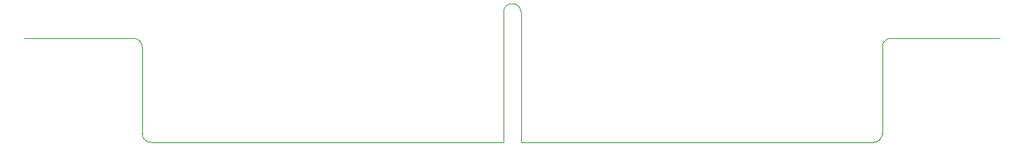
<source format=gbr>
G04 #@! TF.GenerationSoftware,KiCad,Pcbnew,7.0.9*
G04 #@! TF.CreationDate,2024-04-03T05:00:36-05:00*
G04 #@! TF.ProjectId,Tester - Entrex Front Panel,54657374-6572-4202-9d20-456e74726578,rev?*
G04 #@! TF.SameCoordinates,Original*
G04 #@! TF.FileFunction,AssemblyDrawing,Bot*
%FSLAX46Y46*%
G04 Gerber Fmt 4.6, Leading zero omitted, Abs format (unit mm)*
G04 Created by KiCad (PCBNEW 7.0.9) date 2024-04-03 05:00:36*
%MOMM*%
%LPD*%
G01*
G04 APERTURE LIST*
%ADD10C,0.050000*%
G04 APERTURE END LIST*
D10*
X60065000Y-140370000D02*
X100565000Y-140370000D01*
X100565000Y-140370000D02*
X100565000Y-125370000D01*
X102565000Y-140370000D02*
X102565000Y-125370000D01*
X143065000Y-140370000D02*
X102565000Y-140370000D01*
X59065000Y-139370000D02*
X59065000Y-129370000D01*
X144065000Y-139370000D02*
X144065000Y-129370000D01*
X58065000Y-128370000D02*
X45565000Y-128370000D01*
X145065000Y-128370000D02*
X157565000Y-128370000D01*
X59065000Y-139370000D02*
G75*
G03*
X60065000Y-140370000I999989J-11D01*
G01*
X143065000Y-140370000D02*
G75*
G03*
X144065000Y-139370000I-13J1000013D01*
G01*
X145065000Y-128370000D02*
G75*
G03*
X144065000Y-129370000I0J-1000000D01*
G01*
X59065000Y-129370000D02*
G75*
G03*
X58065000Y-128370000I-1000000J0D01*
G01*
X102565000Y-125370000D02*
G75*
G03*
X100565000Y-125370000I-1000000J0D01*
G01*
M02*

</source>
